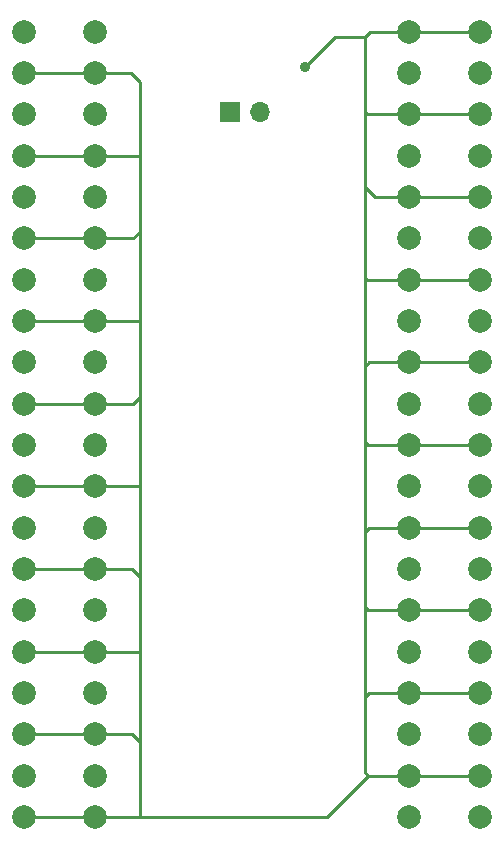
<source format=gbr>
G04 #@! TF.GenerationSoftware,KiCad,Pcbnew,(5.1.4)-1*
G04 #@! TF.CreationDate,2019-10-26T02:36:02-04:00*
G04 #@! TF.ProjectId,Star CAN Board,53746172-2043-4414-9e20-426f6172642e,rev?*
G04 #@! TF.SameCoordinates,Original*
G04 #@! TF.FileFunction,Copper,L2,Bot*
G04 #@! TF.FilePolarity,Positive*
%FSLAX46Y46*%
G04 Gerber Fmt 4.6, Leading zero omitted, Abs format (unit mm)*
G04 Created by KiCad (PCBNEW (5.1.4)-1) date 2019-10-26 02:36:02*
%MOMM*%
%LPD*%
G04 APERTURE LIST*
%ADD10C,2.000000*%
%ADD11R,1.700000X1.700000*%
%ADD12O,1.700000X1.700000*%
%ADD13C,0.900000*%
%ADD14C,0.250000*%
G04 APERTURE END LIST*
D10*
X123190000Y-74470000D03*
X123190000Y-77970000D03*
X123190000Y-81470000D03*
X123190000Y-84970000D03*
X123190000Y-88470000D03*
X123190000Y-105970000D03*
X123190000Y-91970000D03*
X123190000Y-102470000D03*
X123190000Y-95470000D03*
X123190000Y-98970000D03*
X123190000Y-133970000D03*
X123190000Y-130470000D03*
X123190000Y-126970000D03*
X123190000Y-137470000D03*
X123190000Y-140970000D03*
X123190000Y-123470000D03*
X123190000Y-109470000D03*
X123190000Y-119970000D03*
X123190000Y-112970000D03*
X123190000Y-116470000D03*
X117190000Y-112970000D03*
X117190000Y-77970000D03*
X117190000Y-133970000D03*
X117190000Y-81470000D03*
X117190000Y-126970000D03*
X117190000Y-74470000D03*
X117190000Y-98970000D03*
X117190000Y-84970000D03*
X117190000Y-137470000D03*
X117190000Y-88470000D03*
X117190000Y-130470000D03*
X117190000Y-95470000D03*
X117190000Y-105970000D03*
X117190000Y-119970000D03*
X117190000Y-102470000D03*
X117190000Y-140970000D03*
X117190000Y-123470000D03*
X117190000Y-91970000D03*
X117190000Y-109470000D03*
X117190000Y-116470000D03*
X155780000Y-98970000D03*
X155780000Y-105970000D03*
X155780000Y-123470000D03*
X155780000Y-91970000D03*
X155780000Y-74470000D03*
X155780000Y-112970000D03*
X155780000Y-95470000D03*
X155780000Y-109470000D03*
X155780000Y-119970000D03*
X155780000Y-84970000D03*
X155780000Y-126970000D03*
X155780000Y-77970000D03*
X155780000Y-130470000D03*
X155780000Y-116470000D03*
X155780000Y-140970000D03*
X155780000Y-88470000D03*
X155780000Y-133970000D03*
X155780000Y-81470000D03*
X155780000Y-137470000D03*
X155780000Y-102470000D03*
X149780000Y-98970000D03*
X149780000Y-102470000D03*
X149780000Y-95470000D03*
X149780000Y-105970000D03*
X149780000Y-91970000D03*
X149780000Y-74470000D03*
X149780000Y-77970000D03*
X149780000Y-88470000D03*
X149780000Y-84970000D03*
X149780000Y-81470000D03*
X149780000Y-116470000D03*
X149780000Y-119970000D03*
X149780000Y-112970000D03*
X149780000Y-123470000D03*
X149780000Y-109470000D03*
X149780000Y-126970000D03*
X149780000Y-130470000D03*
X149780000Y-133970000D03*
X149780000Y-137470000D03*
X149780000Y-140970000D03*
D11*
X134620000Y-81280000D03*
D12*
X137160000Y-81280000D03*
D13*
X140970000Y-77470000D03*
D14*
X117190000Y-77970000D02*
X123190000Y-77970000D01*
X117190000Y-84970000D02*
X123190000Y-84970000D01*
X117190000Y-91970000D02*
X123190000Y-91970000D01*
X117190000Y-98970000D02*
X123190000Y-98970000D01*
X123190000Y-105970000D02*
X117190000Y-105970000D01*
X117190000Y-112970000D02*
X123190000Y-112970000D01*
X117190000Y-119970000D02*
X123190000Y-119970000D01*
X117190000Y-126970000D02*
X123190000Y-126970000D01*
X117190000Y-133970000D02*
X123190000Y-133970000D01*
X117190000Y-140970000D02*
X123190000Y-140970000D01*
X123190000Y-77970000D02*
X126230000Y-77970000D01*
X126230000Y-77970000D02*
X127000000Y-78740000D01*
X123190000Y-140970000D02*
X127000000Y-140970000D01*
X123190000Y-84970000D02*
X126880000Y-84970000D01*
X126880000Y-84970000D02*
X127000000Y-85090000D01*
X127000000Y-78740000D02*
X127000000Y-85090000D01*
X126470000Y-91970000D02*
X127000000Y-91440000D01*
X123190000Y-91970000D02*
X126470000Y-91970000D01*
X127000000Y-85090000D02*
X127000000Y-91440000D01*
X126910000Y-98970000D02*
X127000000Y-99060000D01*
X123190000Y-98970000D02*
X126910000Y-98970000D01*
X127000000Y-91440000D02*
X127000000Y-99060000D01*
X126440000Y-105970000D02*
X127000000Y-105410000D01*
X123190000Y-105970000D02*
X126440000Y-105970000D01*
X127000000Y-99060000D02*
X127000000Y-105410000D01*
X126940000Y-112970000D02*
X127000000Y-113030000D01*
X123190000Y-112970000D02*
X126940000Y-112970000D01*
X127000000Y-105410000D02*
X127000000Y-113030000D01*
X126320000Y-119970000D02*
X127000000Y-120650000D01*
X123190000Y-119970000D02*
X126320000Y-119970000D01*
X127000000Y-113030000D02*
X127000000Y-120650000D01*
X126970000Y-126970000D02*
X127000000Y-127000000D01*
X123190000Y-126970000D02*
X126970000Y-126970000D01*
X127000000Y-120650000D02*
X127000000Y-127000000D01*
X126350000Y-133970000D02*
X127000000Y-134620000D01*
X123190000Y-133970000D02*
X126350000Y-133970000D01*
X127000000Y-127000000D02*
X127000000Y-134620000D01*
X154365787Y-137470000D02*
X149780000Y-137470000D01*
X155780000Y-137470000D02*
X154365787Y-137470000D01*
X149780000Y-130470000D02*
X155780000Y-130470000D01*
X155780000Y-123470000D02*
X149780000Y-123470000D01*
X155780000Y-116470000D02*
X149780000Y-116470000D01*
X155780000Y-109470000D02*
X149780000Y-109470000D01*
X155780000Y-102470000D02*
X149780000Y-102470000D01*
X155780000Y-95470000D02*
X149780000Y-95470000D01*
X155780000Y-88470000D02*
X149780000Y-88470000D01*
X155780000Y-81470000D02*
X149780000Y-81470000D01*
X155780000Y-74470000D02*
X149780000Y-74470000D01*
X146510000Y-74470000D02*
X149780000Y-74470000D01*
X146050000Y-74930000D02*
X146510000Y-74470000D01*
X146360000Y-137470000D02*
X146050000Y-137160000D01*
X149780000Y-137470000D02*
X146360000Y-137470000D01*
X146390000Y-130470000D02*
X146050000Y-130810000D01*
X149780000Y-130470000D02*
X146390000Y-130470000D01*
X146050000Y-137160000D02*
X146050000Y-130810000D01*
X146330000Y-123470000D02*
X146050000Y-123190000D01*
X149780000Y-123470000D02*
X146330000Y-123470000D01*
X146050000Y-130810000D02*
X146050000Y-123190000D01*
X146420000Y-116470000D02*
X146050000Y-116840000D01*
X149780000Y-116470000D02*
X146420000Y-116470000D01*
X146050000Y-123190000D02*
X146050000Y-116840000D01*
X146300000Y-109470000D02*
X146050000Y-109220000D01*
X149780000Y-109470000D02*
X146300000Y-109470000D01*
X146050000Y-116840000D02*
X146050000Y-109220000D01*
X146450000Y-102470000D02*
X146050000Y-102870000D01*
X149780000Y-102470000D02*
X146450000Y-102470000D01*
X146050000Y-109220000D02*
X146050000Y-102870000D01*
X149780000Y-95470000D02*
X146270000Y-95470000D01*
X146270000Y-95470000D02*
X146050000Y-95250000D01*
X146050000Y-102870000D02*
X146050000Y-95250000D01*
X146890000Y-88470000D02*
X146050000Y-87630000D01*
X149780000Y-88470000D02*
X146890000Y-88470000D01*
X146050000Y-95250000D02*
X146050000Y-87630000D01*
X146240000Y-81470000D02*
X146050000Y-81280000D01*
X149780000Y-81470000D02*
X146240000Y-81470000D01*
X146050000Y-87630000D02*
X146050000Y-81280000D01*
X146050000Y-81280000D02*
X146050000Y-74930000D01*
X146050000Y-74930000D02*
X143510000Y-74930000D01*
X143510000Y-74930000D02*
X140970000Y-77470000D01*
X127000000Y-137160000D02*
X127000000Y-140970000D01*
X127000000Y-134620000D02*
X127000000Y-137160000D01*
X142860000Y-140970000D02*
X146360000Y-137470000D01*
X127000000Y-140970000D02*
X142860000Y-140970000D01*
M02*

</source>
